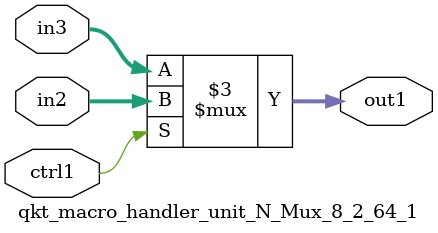
<source format=v>

`timescale 1ps / 1ps


module qkt_macro_handler_unit_N_Mux_8_2_64_1( in3, in2, ctrl1, out1 );

    input [7:0] in3;
    input [7:0] in2;
    input ctrl1;
    output [7:0] out1;
    reg [7:0] out1;

    
    // rtl_process:qkt_macro_handler_unit_N_Mux_8_2_64_1/qkt_macro_handler_unit_N_Mux_8_2_64_1_thread_1
    always @*
      begin : qkt_macro_handler_unit_N_Mux_8_2_64_1_thread_1
        case (ctrl1) 
          1'b1: 
            begin
              out1 = in2;
            end
          default: 
            begin
              out1 = in3;
            end
        endcase
      end

endmodule



</source>
